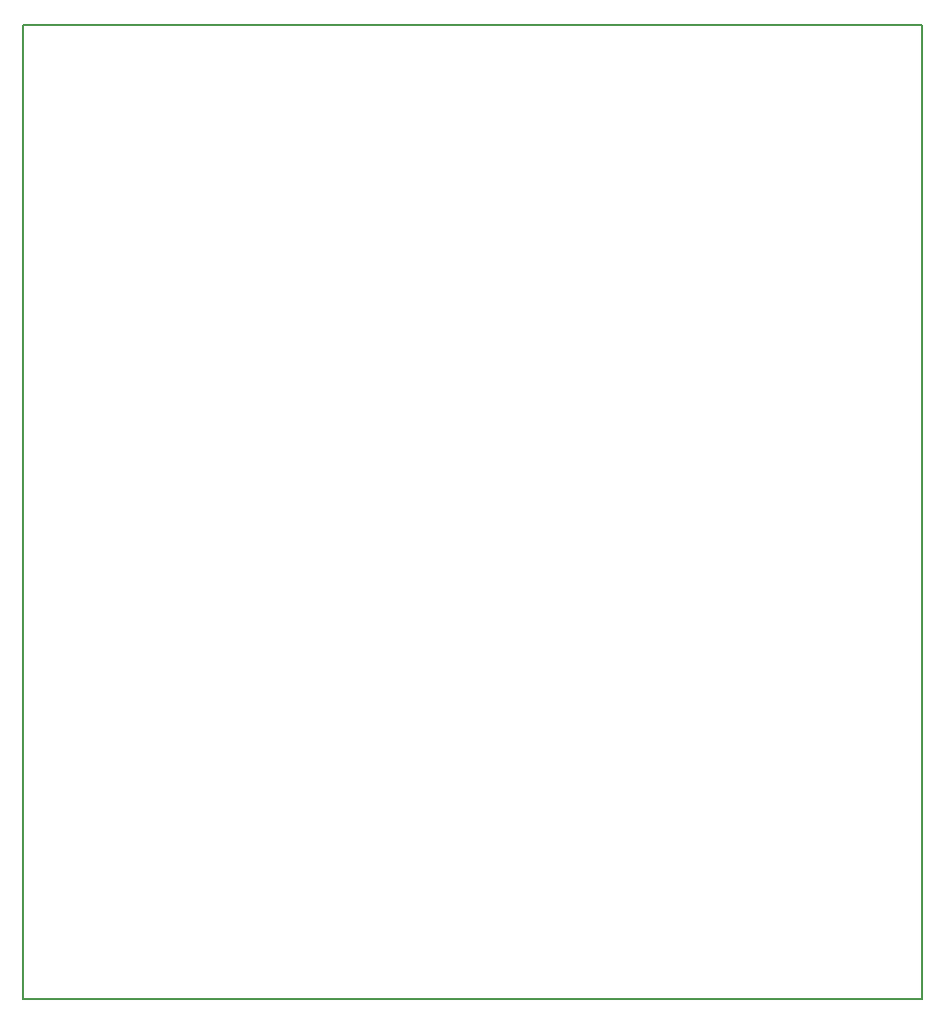
<source format=gbr>
G04 #@! TF.GenerationSoftware,KiCad,Pcbnew,(5.1.5)-3*
G04 #@! TF.CreationDate,2021-01-15T00:08:51-08:00*
G04 #@! TF.ProjectId,KHP2100,4b485032-3130-4302-9e6b-696361645f70,NC*
G04 #@! TF.SameCoordinates,Original*
G04 #@! TF.FileFunction,Profile,NP*
%FSLAX46Y46*%
G04 Gerber Fmt 4.6, Leading zero omitted, Abs format (unit mm)*
G04 Created by KiCad (PCBNEW (5.1.5)-3) date 2021-01-15 00:08:51*
%MOMM*%
%LPD*%
G04 APERTURE LIST*
%ADD10C,0.150000*%
G04 APERTURE END LIST*
D10*
X186253050Y-52273200D02*
X186253050Y-134823200D01*
X110053050Y-52273200D02*
X110053050Y-134823200D01*
X186253050Y-52273200D02*
X110053050Y-52273200D01*
X110053050Y-134823200D02*
X186253050Y-134823200D01*
M02*

</source>
